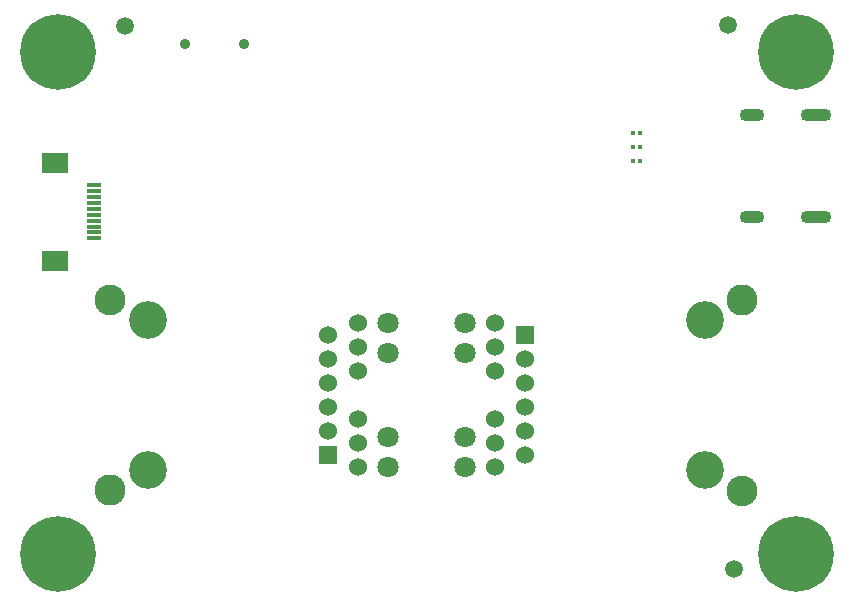
<source format=gbr>
G04 #@! TF.GenerationSoftware,KiCad,Pcbnew,5.99.0-unknown-r23941-4f651901*
G04 #@! TF.CreationDate,2020-11-30T00:39:54+01:00*
G04 #@! TF.ProjectId,whisperbounce,77686973-7065-4726-926f-756e63652e6b,rev?*
G04 #@! TF.SameCoordinates,Original*
G04 #@! TF.FileFunction,Soldermask,Bot*
G04 #@! TF.FilePolarity,Negative*
%FSLAX46Y46*%
G04 Gerber Fmt 4.6, Leading zero omitted, Abs format (unit mm)*
G04 Created by KiCad (PCBNEW 5.99.0-unknown-r23941-4f651901) date 2020-11-30 00:39:54*
%MOMM*%
%LPD*%
G01*
G04 APERTURE LIST*
%ADD10C,0.800000*%
%ADD11C,6.400000*%
%ADD12C,0.400000*%
%ADD13O,2.600000X1.100000*%
%ADD14O,2.100000X1.100000*%
%ADD15C,3.200000*%
%ADD16R,1.524000X1.524000*%
%ADD17C,1.524000*%
%ADD18C,1.800000*%
%ADD19C,2.630000*%
%ADD20C,2.610000*%
%ADD21C,0.900000*%
%ADD22C,1.500000*%
%ADD23R,1.300000X0.300000*%
%ADD24R,2.200000X1.800000*%
G04 APERTURE END LIST*
D10*
G04 #@! TO.C,H4*
X111350000Y-53750000D03*
X113750000Y-51350000D03*
X113750000Y-56150000D03*
X115447056Y-52052944D03*
X112052944Y-52052944D03*
X112052944Y-55447056D03*
X116150000Y-53750000D03*
X115447056Y-55447056D03*
D11*
X113750000Y-53750000D03*
G04 #@! TD*
D12*
G04 #@! TO.C,U2*
X162400000Y-60630000D03*
X163000000Y-63030000D03*
X163000000Y-61830000D03*
X163000000Y-60630000D03*
X162400000Y-61830000D03*
X162400000Y-63030000D03*
G04 #@! TD*
D10*
G04 #@! TO.C,H1*
X173850000Y-53750000D03*
X177947056Y-55447056D03*
X176250000Y-51350000D03*
X174552944Y-55447056D03*
X178650000Y-53750000D03*
X177947056Y-52052944D03*
D11*
X176250000Y-53750000D03*
D10*
X174552944Y-52052944D03*
X176250000Y-56150000D03*
G04 #@! TD*
D13*
G04 #@! TO.C,J1*
X177890000Y-59060000D03*
D14*
X172530000Y-59060000D03*
X172530000Y-67700000D03*
D13*
X177890000Y-67700000D03*
G04 #@! TD*
D10*
G04 #@! TO.C,H3*
X177947056Y-97947056D03*
X173850000Y-96250000D03*
X174552944Y-94552944D03*
D11*
X176250000Y-96250000D03*
D10*
X176250000Y-93850000D03*
X177947056Y-94552944D03*
X174552944Y-97947056D03*
X176250000Y-98650000D03*
X178650000Y-96250000D03*
G04 #@! TD*
D15*
G04 #@! TO.C,J3*
X121350000Y-89170000D03*
X121350000Y-76470000D03*
D16*
X136590000Y-87900000D03*
D17*
X136590000Y-85868000D03*
X136590000Y-83836000D03*
X136590000Y-81804000D03*
X136590000Y-79772000D03*
X136590000Y-77740000D03*
X139130000Y-88916000D03*
X139130000Y-86884000D03*
X139130000Y-84852000D03*
X139130000Y-80788000D03*
X139130000Y-78756000D03*
X139130000Y-76724000D03*
D18*
X141670000Y-88916000D03*
X141670000Y-86376000D03*
X141670000Y-79264000D03*
X141670000Y-76724000D03*
D19*
X118175000Y-90884500D03*
D20*
X118175000Y-74755500D03*
G04 #@! TD*
D15*
G04 #@! TO.C,J4*
X168480000Y-76500000D03*
X168480000Y-89200000D03*
D16*
X153240000Y-77770000D03*
D17*
X153240000Y-79802000D03*
X153240000Y-81834000D03*
X153240000Y-83866000D03*
X153240000Y-85898000D03*
X153240000Y-87930000D03*
X150700000Y-76754000D03*
X150700000Y-78786000D03*
X150700000Y-80818000D03*
X150700000Y-84882000D03*
X150700000Y-86914000D03*
X150700000Y-88946000D03*
D18*
X148160000Y-76754000D03*
X148160000Y-79294000D03*
X148160000Y-86406000D03*
X148160000Y-88946000D03*
D20*
X171655000Y-90914500D03*
D19*
X171655000Y-74785500D03*
G04 #@! TD*
D10*
G04 #@! TO.C,H2*
X111350000Y-96250000D03*
X115447056Y-94552944D03*
X112052944Y-97947056D03*
X113750000Y-93850000D03*
X116150000Y-96250000D03*
X113750000Y-98650000D03*
X115447056Y-97947056D03*
D11*
X113750000Y-96250000D03*
D10*
X112052944Y-94552944D03*
G04 #@! TD*
D21*
G04 #@! TO.C,SW1*
X124510000Y-53060000D03*
X129510000Y-53060000D03*
G04 #@! TD*
D22*
G04 #@! TO.C,FID4*
X119370000Y-51530000D03*
G04 #@! TD*
G04 #@! TO.C,FID6*
X170450000Y-51500000D03*
G04 #@! TD*
D23*
G04 #@! TO.C,J2*
X116750000Y-69550000D03*
X116750000Y-69050000D03*
X116750000Y-68550000D03*
X116750000Y-68050000D03*
X116750000Y-67550000D03*
X116750000Y-67050000D03*
X116750000Y-66550000D03*
X116750000Y-66050000D03*
X116750000Y-65550000D03*
X116750000Y-65050000D03*
D24*
X113500000Y-63150000D03*
X113500000Y-71450000D03*
G04 #@! TD*
D22*
G04 #@! TO.C,FID5*
X170970000Y-97510000D03*
G04 #@! TD*
M02*

</source>
